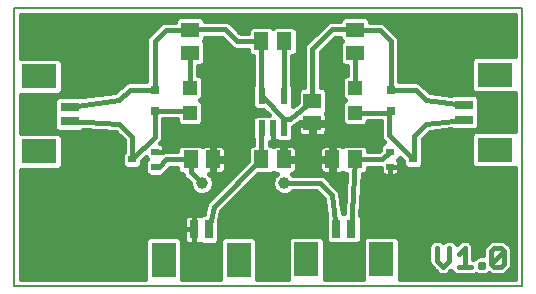
<source format=gtl>
G75*
%MOIN*%
%OFA0B0*%
%FSLAX25Y25*%
%IPPOS*%
%LPD*%
%AMOC8*
5,1,8,0,0,1.08239X$1,22.5*
%
%ADD10C,0.00800*%
%ADD11C,0.01600*%
%ADD12R,0.05118X0.05906*%
%ADD13R,0.05906X0.05118*%
%ADD14R,0.04724X0.04724*%
%ADD15R,0.03150X0.02756*%
%ADD16R,0.02559X0.02362*%
%ADD17R,0.11811X0.08268*%
%ADD18R,0.06299X0.03150*%
%ADD19R,0.02200X0.05200*%
%ADD20R,0.08268X0.11811*%
%ADD21R,0.03150X0.06299*%
%ADD22C,0.03962*%
D10*
X0003000Y0003100D02*
X0172291Y0003100D01*
X0172291Y0095620D01*
X0003000Y0095620D01*
X0003000Y0003100D01*
D11*
X0005400Y0005500D02*
X0005400Y0041760D01*
X0018019Y0041760D01*
X0019190Y0042932D01*
X0019190Y0052856D01*
X0018019Y0054028D01*
X0005400Y0054028D01*
X0005400Y0066760D01*
X0018019Y0066760D01*
X0019190Y0067932D01*
X0019190Y0077856D01*
X0018019Y0079028D01*
X0005400Y0079028D01*
X0005400Y0093220D01*
X0169891Y0093220D01*
X0169891Y0079608D01*
X0156502Y0079608D01*
X0155331Y0078436D01*
X0155331Y0068512D01*
X0156502Y0067340D01*
X0169891Y0067340D01*
X0169891Y0054608D01*
X0156502Y0054608D01*
X0155331Y0053436D01*
X0155331Y0043512D01*
X0156502Y0042340D01*
X0169891Y0042340D01*
X0169891Y0005500D01*
X0131536Y0005500D01*
X0131536Y0018611D01*
X0130365Y0019783D01*
X0120440Y0019783D01*
X0119269Y0018611D01*
X0119269Y0005500D01*
X0106536Y0005500D01*
X0106536Y0018611D01*
X0105365Y0019783D01*
X0095440Y0019783D01*
X0094269Y0018611D01*
X0094269Y0005500D01*
X0084092Y0005500D01*
X0084092Y0018411D01*
X0082921Y0019583D01*
X0072996Y0019583D01*
X0071825Y0018411D01*
X0071825Y0005500D01*
X0059092Y0005500D01*
X0059092Y0018411D01*
X0057921Y0019583D01*
X0047996Y0019583D01*
X0046825Y0018411D01*
X0046825Y0005500D01*
X0005400Y0005500D01*
X0005400Y0006297D02*
X0046825Y0006297D01*
X0046825Y0007896D02*
X0005400Y0007896D01*
X0005400Y0009494D02*
X0046825Y0009494D01*
X0046825Y0011093D02*
X0005400Y0011093D01*
X0005400Y0012691D02*
X0046825Y0012691D01*
X0046825Y0014290D02*
X0005400Y0014290D01*
X0005400Y0015888D02*
X0046825Y0015888D01*
X0046825Y0017487D02*
X0005400Y0017487D01*
X0005400Y0019085D02*
X0047498Y0019085D01*
X0058418Y0019085D02*
X0059623Y0019085D01*
X0059623Y0018527D02*
X0059746Y0018069D01*
X0059983Y0017659D01*
X0060318Y0017324D01*
X0060728Y0017087D01*
X0061186Y0016964D01*
X0062998Y0016964D01*
X0064810Y0016964D01*
X0065209Y0017071D01*
X0065516Y0016764D01*
X0070322Y0016764D01*
X0071494Y0017936D01*
X0071494Y0025142D01*
X0072095Y0027881D01*
X0084487Y0040273D01*
X0088868Y0040273D01*
X0089379Y0040785D01*
X0089707Y0040596D01*
X0090165Y0040473D01*
X0090649Y0040473D01*
X0089782Y0039607D01*
X0089176Y0038144D01*
X0089176Y0036560D01*
X0089782Y0035097D01*
X0090902Y0033977D01*
X0092366Y0033371D01*
X0093949Y0033371D01*
X0095413Y0033977D01*
X0095988Y0034552D01*
X0103809Y0034552D01*
X0106258Y0032102D01*
X0107050Y0026275D01*
X0106867Y0026092D01*
X0106867Y0018136D01*
X0108039Y0016964D01*
X0112845Y0016964D01*
X0112903Y0017021D01*
X0112960Y0016964D01*
X0117766Y0016964D01*
X0118938Y0018136D01*
X0118938Y0026092D01*
X0118445Y0026585D01*
X0119291Y0040273D01*
X0119970Y0040273D01*
X0121142Y0041445D01*
X0121142Y0042426D01*
X0125314Y0042426D01*
X0125314Y0041249D01*
X0125437Y0040791D01*
X0125674Y0040381D01*
X0126009Y0040045D01*
X0126419Y0039808D01*
X0126877Y0039686D01*
X0128394Y0039686D01*
X0129910Y0039686D01*
X0130368Y0039808D01*
X0130778Y0040045D01*
X0131114Y0040381D01*
X0131351Y0040791D01*
X0131473Y0041249D01*
X0131473Y0042667D01*
X0131473Y0044085D01*
X0131351Y0044543D01*
X0131114Y0044953D01*
X0130982Y0045085D01*
X0131617Y0045720D01*
X0132791Y0044546D01*
X0132791Y0043216D01*
X0133963Y0042045D01*
X0138179Y0042045D01*
X0139350Y0043216D01*
X0139350Y0047236D01*
X0139265Y0047321D01*
X0139265Y0051940D01*
X0141694Y0054369D01*
X0148763Y0055198D01*
X0149022Y0054939D01*
X0156978Y0054939D01*
X0158150Y0056110D01*
X0158150Y0060917D01*
X0158092Y0060974D01*
X0158150Y0061031D01*
X0158150Y0065838D01*
X0156978Y0067009D01*
X0149022Y0067009D01*
X0148763Y0066750D01*
X0141694Y0067579D01*
X0138444Y0070828D01*
X0137415Y0071254D01*
X0131572Y0071254D01*
X0131391Y0071435D01*
X0131391Y0085153D01*
X0130964Y0086182D01*
X0130177Y0086970D01*
X0126436Y0090710D01*
X0125407Y0091136D01*
X0121732Y0091136D01*
X0121732Y0091724D01*
X0120561Y0092895D01*
X0112998Y0092895D01*
X0111827Y0091724D01*
X0111827Y0091333D01*
X0108349Y0091333D01*
X0107319Y0090907D01*
X0106532Y0090119D01*
X0100095Y0083682D01*
X0099669Y0082653D01*
X0099669Y0069273D01*
X0098687Y0069273D01*
X0097516Y0068102D01*
X0097516Y0064318D01*
X0096020Y0063112D01*
X0096020Y0069802D01*
X0095761Y0070062D01*
X0095761Y0079643D01*
X0096348Y0079643D01*
X0097520Y0080815D01*
X0097520Y0088377D01*
X0096348Y0089549D01*
X0089573Y0089549D01*
X0089220Y0089196D01*
X0088868Y0089549D01*
X0082093Y0089549D01*
X0080921Y0088377D01*
X0080921Y0087396D01*
X0078569Y0087396D01*
X0075846Y0090119D01*
X0075059Y0090907D01*
X0074029Y0091333D01*
X0066614Y0091333D01*
X0066614Y0091724D01*
X0065443Y0092895D01*
X0057880Y0092895D01*
X0056709Y0091724D01*
X0056709Y0091136D01*
X0053034Y0091136D01*
X0052004Y0090710D01*
X0048264Y0086970D01*
X0047477Y0086182D01*
X0047050Y0085153D01*
X0047050Y0071435D01*
X0046869Y0071254D01*
X0041026Y0071254D01*
X0039997Y0070828D01*
X0036739Y0067571D01*
X0025728Y0066200D01*
X0025499Y0066429D01*
X0017543Y0066429D01*
X0016371Y0065258D01*
X0016371Y0060451D01*
X0016429Y0060394D01*
X0016371Y0060337D01*
X0016371Y0055530D01*
X0017543Y0054359D01*
X0025499Y0054359D01*
X0026025Y0054885D01*
X0036817Y0054299D01*
X0039570Y0051546D01*
X0039570Y0047715D01*
X0039091Y0047236D01*
X0039091Y0043216D01*
X0040262Y0042045D01*
X0044478Y0042045D01*
X0045650Y0043216D01*
X0045650Y0044546D01*
X0047074Y0045970D01*
X0047090Y0045909D01*
X0047327Y0045499D01*
X0047459Y0045367D01*
X0046768Y0044676D01*
X0046768Y0040657D01*
X0047939Y0039486D01*
X0052155Y0039486D01*
X0053327Y0040657D01*
X0053327Y0040806D01*
X0054947Y0042426D01*
X0057299Y0042426D01*
X0057299Y0041445D01*
X0058471Y0040273D01*
X0059167Y0040273D01*
X0059485Y0039506D01*
X0061617Y0037373D01*
X0061617Y0036560D01*
X0062223Y0035097D01*
X0063343Y0033977D01*
X0064807Y0033371D01*
X0066390Y0033371D01*
X0067854Y0033977D01*
X0068973Y0035097D01*
X0069580Y0036560D01*
X0069580Y0038144D01*
X0068973Y0039607D01*
X0068107Y0040473D01*
X0068859Y0040473D01*
X0068859Y0044746D01*
X0069818Y0044746D01*
X0069818Y0040473D01*
X0072135Y0040473D01*
X0072592Y0040596D01*
X0073003Y0040833D01*
X0073338Y0041168D01*
X0073575Y0041578D01*
X0073698Y0042036D01*
X0073698Y0044746D01*
X0069818Y0044746D01*
X0069818Y0045706D01*
X0068859Y0045706D01*
X0068859Y0049979D01*
X0066543Y0049979D01*
X0066085Y0049856D01*
X0065757Y0049667D01*
X0065246Y0050179D01*
X0058471Y0050179D01*
X0057299Y0049007D01*
X0057299Y0048026D01*
X0053230Y0048026D01*
X0053127Y0047983D01*
X0053127Y0049203D01*
X0053004Y0049661D01*
X0052767Y0050071D01*
X0052432Y0050406D01*
X0052022Y0050643D01*
X0051805Y0050701D01*
X0052224Y0051120D01*
X0052650Y0052149D01*
X0052650Y0058387D01*
X0052832Y0058568D01*
X0057299Y0058568D01*
X0057299Y0057587D01*
X0058471Y0056415D01*
X0064852Y0056415D01*
X0066024Y0057587D01*
X0066024Y0063968D01*
X0065080Y0064911D01*
X0066024Y0065854D01*
X0066024Y0072236D01*
X0064852Y0073407D01*
X0064461Y0073407D01*
X0064461Y0076297D01*
X0065443Y0076297D01*
X0066614Y0077468D01*
X0066614Y0084243D01*
X0066261Y0084596D01*
X0066614Y0084949D01*
X0066614Y0085733D01*
X0072313Y0085733D01*
X0075823Y0082222D01*
X0076852Y0081796D01*
X0080921Y0081796D01*
X0080921Y0080815D01*
X0082093Y0079643D01*
X0082680Y0079643D01*
X0082680Y0070062D01*
X0082420Y0069802D01*
X0082420Y0062946D01*
X0083592Y0061774D01*
X0086161Y0061774D01*
X0087961Y0059974D01*
X0087883Y0059974D01*
X0087698Y0059924D01*
X0087449Y0060174D01*
X0083592Y0060174D01*
X0082420Y0059002D01*
X0082420Y0052146D01*
X0082680Y0051886D01*
X0082680Y0050179D01*
X0082093Y0050179D01*
X0080921Y0049007D01*
X0080921Y0044627D01*
X0067770Y0031476D01*
X0067557Y0031339D01*
X0067380Y0031086D01*
X0067162Y0030867D01*
X0067065Y0030633D01*
X0066920Y0030425D01*
X0066854Y0030123D01*
X0066735Y0029838D01*
X0066735Y0029585D01*
X0066182Y0027063D01*
X0065516Y0027063D01*
X0065209Y0026756D01*
X0064810Y0026863D01*
X0062998Y0026863D01*
X0062998Y0021914D01*
X0062998Y0021914D01*
X0062998Y0026863D01*
X0061186Y0026863D01*
X0060728Y0026740D01*
X0060318Y0026504D01*
X0059983Y0026168D01*
X0059746Y0025758D01*
X0059623Y0025300D01*
X0059623Y0021914D01*
X0062998Y0021914D01*
X0062998Y0021913D01*
X0062998Y0016964D01*
X0062998Y0021913D01*
X0062998Y0021913D01*
X0059623Y0021913D01*
X0059623Y0018527D01*
X0059092Y0017487D02*
X0060155Y0017487D01*
X0059092Y0015888D02*
X0071825Y0015888D01*
X0071825Y0017487D02*
X0071045Y0017487D01*
X0071494Y0019085D02*
X0072498Y0019085D01*
X0071494Y0020684D02*
X0106867Y0020684D01*
X0106867Y0019085D02*
X0106063Y0019085D01*
X0106536Y0017487D02*
X0107516Y0017487D01*
X0106536Y0015888D02*
X0119269Y0015888D01*
X0119269Y0017487D02*
X0118289Y0017487D01*
X0118938Y0019085D02*
X0119743Y0019085D01*
X0118938Y0020684D02*
X0169891Y0020684D01*
X0169891Y0019085D02*
X0131063Y0019085D01*
X0131536Y0017487D02*
X0141793Y0017487D01*
X0141584Y0017277D02*
X0141157Y0016248D01*
X0141157Y0010948D01*
X0141584Y0009919D01*
X0143677Y0007826D01*
X0144465Y0007038D01*
X0145494Y0006612D01*
X0146608Y0006612D01*
X0147637Y0007038D01*
X0148714Y0008115D01*
X0148834Y0007826D01*
X0149622Y0007038D01*
X0150651Y0006612D01*
X0155951Y0006612D01*
X0156926Y0007016D01*
X0157901Y0006612D01*
X0160062Y0006612D01*
X0161091Y0007038D01*
X0161317Y0007265D01*
X0161544Y0007038D01*
X0162573Y0006612D01*
X0165780Y0006612D01*
X0166809Y0007038D01*
X0167597Y0007826D01*
X0168643Y0008872D01*
X0169069Y0009901D01*
X0169069Y0015202D01*
X0169035Y0015284D01*
X0168643Y0016231D01*
X0167985Y0016889D01*
X0167597Y0017277D01*
X0167430Y0017444D01*
X0166809Y0018065D01*
X0166809Y0018065D01*
X0166528Y0018181D01*
X0165780Y0018491D01*
X0162573Y0018491D01*
X0161866Y0018198D01*
X0161544Y0018065D01*
X0161544Y0018065D01*
X0161544Y0018065D01*
X0160942Y0017463D01*
X0160756Y0017277D01*
X0160311Y0016833D01*
X0159709Y0016231D01*
X0159283Y0015202D01*
X0159283Y0013258D01*
X0157901Y0013258D01*
X0156872Y0012832D01*
X0156164Y0012124D01*
X0156101Y0012150D01*
X0156101Y0016248D01*
X0155929Y0016662D01*
X0155675Y0017277D01*
X0154887Y0018065D01*
X0153858Y0018491D01*
X0152744Y0018491D01*
X0152330Y0018320D01*
X0151715Y0018065D01*
X0150927Y0017277D01*
X0150637Y0016988D01*
X0150517Y0017277D01*
X0149730Y0018065D01*
X0148701Y0018491D01*
X0147587Y0018491D01*
X0146558Y0018065D01*
X0146051Y0017558D01*
X0145544Y0018065D01*
X0144514Y0018491D01*
X0143401Y0018491D01*
X0142371Y0018065D01*
X0141584Y0017277D01*
X0141157Y0015888D02*
X0131536Y0015888D01*
X0131536Y0014290D02*
X0141157Y0014290D01*
X0141157Y0012691D02*
X0131536Y0012691D01*
X0131536Y0011093D02*
X0141157Y0011093D01*
X0142009Y0009494D02*
X0131536Y0009494D01*
X0131536Y0007896D02*
X0143607Y0007896D01*
X0146051Y0009412D02*
X0148144Y0011505D01*
X0148144Y0015691D01*
X0150308Y0017487D02*
X0151137Y0017487D01*
X0150927Y0017277D02*
X0150927Y0017277D01*
X0153301Y0015691D02*
X0153301Y0009412D01*
X0151208Y0009412D02*
X0155394Y0009412D01*
X0158458Y0009412D02*
X0159505Y0009412D01*
X0159505Y0010458D01*
X0158458Y0010458D01*
X0158458Y0009412D01*
X0162083Y0010458D02*
X0163130Y0009412D01*
X0165223Y0009412D01*
X0166269Y0010458D01*
X0166269Y0014645D01*
X0162083Y0010458D01*
X0162083Y0014645D01*
X0163130Y0015691D01*
X0165223Y0015691D01*
X0166269Y0014645D01*
X0168785Y0015888D02*
X0169891Y0015888D01*
X0168643Y0016231D02*
X0168643Y0016231D01*
X0167597Y0017277D02*
X0167597Y0017277D01*
X0167387Y0017487D02*
X0169891Y0017487D01*
X0166809Y0018065D02*
X0166809Y0018065D01*
X0160965Y0017487D02*
X0155465Y0017487D01*
X0156101Y0015888D02*
X0159568Y0015888D01*
X0160756Y0017277D02*
X0160756Y0017277D01*
X0159283Y0014290D02*
X0156101Y0014290D01*
X0153301Y0015691D02*
X0151208Y0013598D01*
X0156101Y0012691D02*
X0156731Y0012691D01*
X0148805Y0007896D02*
X0148494Y0007896D01*
X0146051Y0009412D02*
X0143957Y0011505D01*
X0143957Y0015691D01*
X0131536Y0006297D02*
X0169891Y0006297D01*
X0169891Y0007896D02*
X0167666Y0007896D01*
X0168901Y0009494D02*
X0169891Y0009494D01*
X0169891Y0011093D02*
X0169069Y0011093D01*
X0169069Y0012691D02*
X0169891Y0012691D01*
X0169891Y0014290D02*
X0169069Y0014290D01*
X0169891Y0022282D02*
X0118938Y0022282D01*
X0118938Y0023881D02*
X0169891Y0023881D01*
X0169891Y0025479D02*
X0118938Y0025479D01*
X0118475Y0027078D02*
X0169891Y0027078D01*
X0169891Y0028676D02*
X0118574Y0028676D01*
X0118673Y0030275D02*
X0169891Y0030275D01*
X0169891Y0031873D02*
X0118772Y0031873D01*
X0118870Y0033472D02*
X0169891Y0033472D01*
X0169891Y0035070D02*
X0118969Y0035070D01*
X0119068Y0036669D02*
X0169891Y0036669D01*
X0169891Y0038267D02*
X0119167Y0038267D01*
X0119266Y0039866D02*
X0126320Y0039866D01*
X0125314Y0041464D02*
X0121142Y0041464D01*
X0116780Y0045029D02*
X0116583Y0045226D01*
X0125835Y0045226D01*
X0128394Y0047785D01*
X0125114Y0048465D02*
X0125114Y0049795D01*
X0126286Y0050966D01*
X0126371Y0050966D01*
X0125626Y0051711D01*
X0125200Y0052740D01*
X0125200Y0057977D01*
X0121142Y0057977D01*
X0121142Y0057587D01*
X0119970Y0056415D01*
X0113589Y0056415D01*
X0112417Y0057587D01*
X0112417Y0063968D01*
X0113361Y0064911D01*
X0112417Y0065854D01*
X0112417Y0072236D01*
X0113589Y0073407D01*
X0113980Y0073407D01*
X0113980Y0076297D01*
X0112998Y0076297D01*
X0111827Y0077468D01*
X0111827Y0084243D01*
X0112179Y0084596D01*
X0111827Y0084949D01*
X0111827Y0085733D01*
X0110065Y0085733D01*
X0105268Y0080936D01*
X0105268Y0069273D01*
X0106250Y0069273D01*
X0107421Y0068102D01*
X0107421Y0061327D01*
X0106910Y0060815D01*
X0107099Y0060488D01*
X0107221Y0060030D01*
X0107221Y0057713D01*
X0102948Y0057713D01*
X0102948Y0056754D01*
X0102948Y0052875D01*
X0105658Y0052875D01*
X0106116Y0052997D01*
X0106526Y0053234D01*
X0106862Y0053570D01*
X0107099Y0053980D01*
X0107221Y0054438D01*
X0107221Y0056754D01*
X0102948Y0056754D01*
X0101989Y0056754D01*
X0101989Y0052875D01*
X0099279Y0052875D01*
X0098821Y0052997D01*
X0098411Y0053234D01*
X0098075Y0053570D01*
X0097838Y0053980D01*
X0097716Y0054438D01*
X0097716Y0056754D01*
X0101989Y0056754D01*
X0101989Y0057713D01*
X0098246Y0057713D01*
X0096928Y0056651D01*
X0096640Y0056363D01*
X0096498Y0056304D01*
X0096378Y0056208D01*
X0096020Y0056103D01*
X0096020Y0052146D01*
X0094849Y0050974D01*
X0090992Y0050974D01*
X0090742Y0051224D01*
X0090557Y0051174D01*
X0089221Y0051174D01*
X0089221Y0055574D01*
X0089220Y0055574D01*
X0089220Y0051174D01*
X0088280Y0051174D01*
X0088280Y0050179D01*
X0088868Y0050179D01*
X0089379Y0049667D01*
X0089707Y0049856D01*
X0090165Y0049979D01*
X0092481Y0049979D01*
X0092481Y0045706D01*
X0093440Y0045706D01*
X0093440Y0049979D01*
X0095757Y0049979D01*
X0096214Y0049856D01*
X0096625Y0049619D01*
X0096960Y0049284D01*
X0097197Y0048874D01*
X0097320Y0048416D01*
X0097320Y0045706D01*
X0093440Y0045706D01*
X0093440Y0044746D01*
X0097320Y0044746D01*
X0097320Y0042036D01*
X0097197Y0041578D01*
X0096960Y0041168D01*
X0096625Y0040833D01*
X0096214Y0040596D01*
X0095757Y0040473D01*
X0095666Y0040473D01*
X0095988Y0040152D01*
X0105525Y0040152D01*
X0106555Y0039726D01*
X0110751Y0035529D01*
X0111044Y0035306D01*
X0111142Y0035138D01*
X0111279Y0035001D01*
X0111420Y0034661D01*
X0111605Y0034344D01*
X0111631Y0034151D01*
X0111705Y0033972D01*
X0111705Y0033604D01*
X0112568Y0027263D01*
X0112845Y0027263D01*
X0112874Y0027234D01*
X0113680Y0040273D01*
X0113195Y0040273D01*
X0112684Y0040785D01*
X0112356Y0040596D01*
X0111898Y0040473D01*
X0109582Y0040473D01*
X0109582Y0044746D01*
X0108623Y0044746D01*
X0108623Y0040473D01*
X0106306Y0040473D01*
X0105849Y0040596D01*
X0105438Y0040833D01*
X0105103Y0041168D01*
X0104866Y0041578D01*
X0104743Y0042036D01*
X0104743Y0044746D01*
X0108623Y0044746D01*
X0108623Y0045706D01*
X0108623Y0049979D01*
X0106306Y0049979D01*
X0105849Y0049856D01*
X0105438Y0049619D01*
X0105103Y0049284D01*
X0104866Y0048874D01*
X0104743Y0048416D01*
X0104743Y0045706D01*
X0108623Y0045706D01*
X0109582Y0045706D01*
X0109582Y0049979D01*
X0111898Y0049979D01*
X0112356Y0049856D01*
X0112684Y0049667D01*
X0113195Y0050179D01*
X0119970Y0050179D01*
X0121142Y0049007D01*
X0121142Y0048026D01*
X0124675Y0048026D01*
X0125114Y0048465D01*
X0125114Y0049457D02*
X0120692Y0049457D01*
X0126282Y0051055D02*
X0094930Y0051055D01*
X0096020Y0052654D02*
X0125236Y0052654D01*
X0125200Y0054252D02*
X0107172Y0054252D01*
X0107221Y0055851D02*
X0125200Y0055851D01*
X0125200Y0057449D02*
X0121005Y0057449D01*
X0116780Y0060777D02*
X0128000Y0060777D01*
X0128000Y0053297D01*
X0136071Y0045226D01*
X0136465Y0045620D01*
X0136465Y0053100D01*
X0140402Y0057037D01*
X0153000Y0058513D01*
X0158150Y0059048D02*
X0169891Y0059048D01*
X0169891Y0057449D02*
X0158150Y0057449D01*
X0157890Y0055851D02*
X0169891Y0055851D01*
X0169891Y0060646D02*
X0158150Y0060646D01*
X0158150Y0062245D02*
X0169891Y0062245D01*
X0169891Y0063843D02*
X0158150Y0063843D01*
X0158150Y0065442D02*
X0169891Y0065442D01*
X0169891Y0067040D02*
X0146287Y0067040D01*
X0140633Y0068639D02*
X0155331Y0068639D01*
X0155331Y0070237D02*
X0139035Y0070237D01*
X0136858Y0068454D02*
X0140402Y0064911D01*
X0153000Y0063435D01*
X0155331Y0071836D02*
X0131391Y0071836D01*
X0131391Y0073434D02*
X0155331Y0073434D01*
X0155331Y0075033D02*
X0131391Y0075033D01*
X0131391Y0076632D02*
X0155331Y0076632D01*
X0155331Y0078230D02*
X0131391Y0078230D01*
X0131391Y0079829D02*
X0169891Y0079829D01*
X0169891Y0081427D02*
X0131391Y0081427D01*
X0131391Y0083026D02*
X0169891Y0083026D01*
X0169891Y0084624D02*
X0131391Y0084624D01*
X0130924Y0086223D02*
X0169891Y0086223D01*
X0169891Y0087821D02*
X0129325Y0087821D01*
X0127727Y0089420D02*
X0169891Y0089420D01*
X0169891Y0091018D02*
X0125692Y0091018D01*
X0124850Y0088336D02*
X0128591Y0084596D01*
X0128591Y0068454D01*
X0136858Y0068454D01*
X0128591Y0061368D02*
X0128000Y0060777D01*
X0141577Y0054252D02*
X0156147Y0054252D01*
X0155331Y0052654D02*
X0139978Y0052654D01*
X0139265Y0051055D02*
X0155331Y0051055D01*
X0155331Y0049457D02*
X0139265Y0049457D01*
X0139265Y0047858D02*
X0155331Y0047858D01*
X0155331Y0046260D02*
X0139350Y0046260D01*
X0139350Y0044661D02*
X0155331Y0044661D01*
X0155780Y0043063D02*
X0139197Y0043063D01*
X0132945Y0043063D02*
X0131473Y0043063D01*
X0131473Y0042667D02*
X0128394Y0042667D01*
X0128394Y0042667D01*
X0131473Y0042667D01*
X0131473Y0041464D02*
X0169891Y0041464D01*
X0169891Y0039866D02*
X0130467Y0039866D01*
X0128394Y0039866D02*
X0128394Y0039866D01*
X0128394Y0039686D02*
X0128394Y0042667D01*
X0128394Y0042667D01*
X0128394Y0039686D01*
X0128394Y0041464D02*
X0128394Y0041464D01*
X0131282Y0044661D02*
X0132676Y0044661D01*
X0116780Y0045029D02*
X0115363Y0022114D01*
X0110442Y0022114D02*
X0108906Y0033415D01*
X0104969Y0037352D01*
X0093157Y0037352D01*
X0089227Y0038267D02*
X0082481Y0038267D01*
X0080883Y0036669D02*
X0089176Y0036669D01*
X0089809Y0035070D02*
X0079284Y0035070D01*
X0077686Y0033472D02*
X0092122Y0033472D01*
X0094193Y0033472D02*
X0104889Y0033472D01*
X0106289Y0031873D02*
X0076087Y0031873D01*
X0074489Y0030275D02*
X0106507Y0030275D01*
X0106724Y0028676D02*
X0072890Y0028676D01*
X0071919Y0027078D02*
X0106941Y0027078D01*
X0106867Y0025479D02*
X0071568Y0025479D01*
X0071494Y0023881D02*
X0106867Y0023881D01*
X0106867Y0022282D02*
X0071494Y0022282D01*
X0067919Y0021914D02*
X0069535Y0029281D01*
X0085480Y0045226D01*
X0085480Y0055574D01*
X0085520Y0055574D01*
X0082420Y0055851D02*
X0052650Y0055851D01*
X0052650Y0057449D02*
X0057436Y0057449D01*
X0061071Y0061368D02*
X0061661Y0060777D01*
X0061071Y0061368D02*
X0049850Y0061368D01*
X0049850Y0052706D01*
X0042370Y0045226D01*
X0042370Y0052706D01*
X0038039Y0057037D01*
X0021521Y0057933D01*
X0016371Y0057449D02*
X0005400Y0057449D01*
X0005400Y0059048D02*
X0016371Y0059048D01*
X0016371Y0060646D02*
X0005400Y0060646D01*
X0005400Y0062245D02*
X0016371Y0062245D01*
X0016371Y0063843D02*
X0005400Y0063843D01*
X0005400Y0065442D02*
X0016555Y0065442D01*
X0018299Y0067040D02*
X0032479Y0067040D01*
X0037808Y0068639D02*
X0019190Y0068639D01*
X0019190Y0070237D02*
X0039406Y0070237D01*
X0041583Y0068454D02*
X0038039Y0064911D01*
X0021521Y0062855D01*
X0016371Y0055851D02*
X0005400Y0055851D01*
X0005400Y0054252D02*
X0036864Y0054252D01*
X0038463Y0052654D02*
X0019190Y0052654D01*
X0019190Y0051055D02*
X0039570Y0051055D01*
X0039570Y0049457D02*
X0019190Y0049457D01*
X0019190Y0047858D02*
X0039570Y0047858D01*
X0039091Y0046260D02*
X0019190Y0046260D01*
X0019190Y0044661D02*
X0039091Y0044661D01*
X0039244Y0043063D02*
X0019190Y0043063D01*
X0005400Y0041464D02*
X0046768Y0041464D01*
X0047559Y0039866D02*
X0005400Y0039866D01*
X0005400Y0038267D02*
X0060723Y0038267D01*
X0061617Y0036669D02*
X0005400Y0036669D01*
X0005400Y0035070D02*
X0062250Y0035070D01*
X0064563Y0033472D02*
X0005400Y0033472D01*
X0005400Y0031873D02*
X0068168Y0031873D01*
X0066634Y0033472D02*
X0069766Y0033472D01*
X0068947Y0035070D02*
X0071365Y0035070D01*
X0072963Y0036669D02*
X0069580Y0036669D01*
X0069528Y0038267D02*
X0074562Y0038267D01*
X0076160Y0039866D02*
X0068715Y0039866D01*
X0068859Y0041464D02*
X0069818Y0041464D01*
X0069818Y0043063D02*
X0068859Y0043063D01*
X0068859Y0044661D02*
X0069818Y0044661D01*
X0069339Y0045226D02*
X0069535Y0045423D01*
X0069535Y0049163D01*
X0065598Y0053100D01*
X0057724Y0053100D01*
X0052409Y0047785D01*
X0050047Y0047785D01*
X0052649Y0047785D01*
X0052649Y0047785D01*
X0050047Y0047785D01*
X0050047Y0047785D01*
X0053059Y0049457D02*
X0057749Y0049457D01*
X0052159Y0051055D02*
X0082680Y0051055D01*
X0082420Y0052654D02*
X0052650Y0052654D01*
X0052650Y0054252D02*
X0082420Y0054252D01*
X0082420Y0057449D02*
X0065886Y0057449D01*
X0066024Y0059048D02*
X0082466Y0059048D01*
X0083121Y0062245D02*
X0066024Y0062245D01*
X0066024Y0060646D02*
X0087288Y0060646D01*
X0082420Y0063843D02*
X0066024Y0063843D01*
X0065611Y0065442D02*
X0082420Y0065442D01*
X0082420Y0067040D02*
X0066024Y0067040D01*
X0066024Y0068639D02*
X0082420Y0068639D01*
X0082680Y0070237D02*
X0066024Y0070237D01*
X0066024Y0071836D02*
X0082680Y0071836D01*
X0082680Y0073434D02*
X0064461Y0073434D01*
X0064461Y0075033D02*
X0082680Y0075033D01*
X0082680Y0076632D02*
X0065777Y0076632D01*
X0066614Y0078230D02*
X0082680Y0078230D01*
X0081908Y0079829D02*
X0066614Y0079829D01*
X0066614Y0081427D02*
X0080921Y0081427D01*
X0077409Y0084596D02*
X0073472Y0088533D01*
X0061858Y0088533D01*
X0061661Y0088336D01*
X0053591Y0088336D01*
X0049850Y0084596D01*
X0049850Y0068454D01*
X0041583Y0068454D01*
X0047050Y0071836D02*
X0019190Y0071836D01*
X0019190Y0073434D02*
X0047050Y0073434D01*
X0047050Y0075033D02*
X0019190Y0075033D01*
X0019190Y0076632D02*
X0047050Y0076632D01*
X0047050Y0078230D02*
X0018816Y0078230D01*
X0005400Y0079829D02*
X0047050Y0079829D01*
X0047050Y0081427D02*
X0005400Y0081427D01*
X0005400Y0083026D02*
X0047050Y0083026D01*
X0047050Y0084624D02*
X0005400Y0084624D01*
X0005400Y0086223D02*
X0047517Y0086223D01*
X0049116Y0087821D02*
X0005400Y0087821D01*
X0005400Y0089420D02*
X0050714Y0089420D01*
X0052749Y0091018D02*
X0005400Y0091018D01*
X0005400Y0092617D02*
X0057602Y0092617D01*
X0065721Y0092617D02*
X0112720Y0092617D01*
X0107588Y0091018D02*
X0074790Y0091018D01*
X0076546Y0089420D02*
X0081964Y0089420D01*
X0080921Y0087821D02*
X0078144Y0087821D01*
X0077409Y0084596D02*
X0085480Y0084596D01*
X0085480Y0066374D01*
X0085520Y0066374D01*
X0093157Y0058737D01*
X0095054Y0058737D01*
X0102469Y0064714D01*
X0102469Y0082096D01*
X0108906Y0088533D01*
X0116583Y0088533D01*
X0116780Y0088336D01*
X0124850Y0088336D01*
X0120839Y0092617D02*
X0169891Y0092617D01*
X0116780Y0080856D02*
X0116780Y0069045D01*
X0112417Y0068639D02*
X0106884Y0068639D01*
X0105268Y0070237D02*
X0112417Y0070237D01*
X0112417Y0071836D02*
X0105268Y0071836D01*
X0105268Y0073434D02*
X0113980Y0073434D01*
X0113980Y0075033D02*
X0105268Y0075033D01*
X0105268Y0076632D02*
X0112664Y0076632D01*
X0111827Y0078230D02*
X0105268Y0078230D01*
X0105268Y0079829D02*
X0111827Y0079829D01*
X0111827Y0081427D02*
X0105759Y0081427D01*
X0107358Y0083026D02*
X0111827Y0083026D01*
X0112151Y0084624D02*
X0108956Y0084624D01*
X0104234Y0087821D02*
X0097520Y0087821D01*
X0097520Y0086223D02*
X0102635Y0086223D01*
X0101037Y0084624D02*
X0097520Y0084624D01*
X0097520Y0083026D02*
X0099823Y0083026D01*
X0099669Y0081427D02*
X0097520Y0081427D01*
X0096533Y0079829D02*
X0099669Y0079829D01*
X0099669Y0078230D02*
X0095761Y0078230D01*
X0095761Y0076632D02*
X0099669Y0076632D01*
X0099669Y0075033D02*
X0095761Y0075033D01*
X0095761Y0073434D02*
X0099669Y0073434D01*
X0099669Y0071836D02*
X0095761Y0071836D01*
X0095761Y0070237D02*
X0099669Y0070237D01*
X0098053Y0068639D02*
X0096020Y0068639D01*
X0096020Y0067040D02*
X0097516Y0067040D01*
X0097516Y0065442D02*
X0096020Y0065442D01*
X0096020Y0063843D02*
X0096927Y0063843D01*
X0092961Y0066374D02*
X0092961Y0084596D01*
X0096477Y0089420D02*
X0105832Y0089420D01*
X0089444Y0089420D02*
X0088997Y0089420D01*
X0075020Y0083026D02*
X0066614Y0083026D01*
X0066290Y0084624D02*
X0073422Y0084624D01*
X0061661Y0080856D02*
X0061661Y0069045D01*
X0085520Y0066374D02*
X0085520Y0064674D01*
X0092920Y0066374D02*
X0092961Y0066374D01*
X0093157Y0058737D02*
X0093157Y0055811D01*
X0092920Y0055574D01*
X0096020Y0055851D02*
X0097716Y0055851D01*
X0097765Y0054252D02*
X0096020Y0054252D01*
X0101989Y0054252D02*
X0102948Y0054252D01*
X0102948Y0055851D02*
X0101989Y0055851D01*
X0101989Y0057449D02*
X0097918Y0057449D01*
X0102948Y0057449D02*
X0112554Y0057449D01*
X0112417Y0059048D02*
X0107221Y0059048D01*
X0107007Y0060646D02*
X0112417Y0060646D01*
X0112417Y0062245D02*
X0107421Y0062245D01*
X0107421Y0063843D02*
X0112417Y0063843D01*
X0112830Y0065442D02*
X0107421Y0065442D01*
X0107421Y0067040D02*
X0112417Y0067040D01*
X0089221Y0054252D02*
X0089220Y0054252D01*
X0089220Y0052654D02*
X0089221Y0052654D01*
X0088280Y0051055D02*
X0090911Y0051055D01*
X0092481Y0049457D02*
X0093440Y0049457D01*
X0093440Y0047858D02*
X0092481Y0047858D01*
X0092481Y0046260D02*
X0093440Y0046260D01*
X0097320Y0046260D02*
X0104743Y0046260D01*
X0104743Y0044661D02*
X0097320Y0044661D01*
X0097320Y0043063D02*
X0104743Y0043063D01*
X0104932Y0041464D02*
X0097131Y0041464D01*
X0090041Y0039866D02*
X0084080Y0039866D01*
X0079357Y0043063D02*
X0073698Y0043063D01*
X0073698Y0044661D02*
X0080921Y0044661D01*
X0080921Y0046260D02*
X0073698Y0046260D01*
X0073698Y0045706D02*
X0073698Y0048416D01*
X0073575Y0048874D01*
X0073338Y0049284D01*
X0073003Y0049619D01*
X0072592Y0049856D01*
X0072135Y0049979D01*
X0069818Y0049979D01*
X0069818Y0045706D01*
X0073698Y0045706D01*
X0073698Y0047858D02*
X0080921Y0047858D01*
X0081371Y0049457D02*
X0073165Y0049457D01*
X0069818Y0049457D02*
X0068859Y0049457D01*
X0068859Y0047858D02*
X0069818Y0047858D01*
X0069818Y0046260D02*
X0068859Y0046260D01*
X0061858Y0045226D02*
X0061858Y0041092D01*
X0065598Y0037352D01*
X0059336Y0039866D02*
X0052535Y0039866D01*
X0053985Y0041464D02*
X0057299Y0041464D01*
X0053787Y0045226D02*
X0051228Y0042667D01*
X0050047Y0042667D01*
X0046768Y0043063D02*
X0045496Y0043063D01*
X0045765Y0044661D02*
X0046768Y0044661D01*
X0053787Y0045226D02*
X0061858Y0045226D01*
X0073509Y0041464D02*
X0077759Y0041464D01*
X0096787Y0049457D02*
X0105276Y0049457D01*
X0104743Y0047858D02*
X0097320Y0047858D01*
X0108623Y0047858D02*
X0109582Y0047858D01*
X0109582Y0049457D02*
X0108623Y0049457D01*
X0108623Y0046260D02*
X0109582Y0046260D01*
X0109582Y0044661D02*
X0108623Y0044661D01*
X0108623Y0043063D02*
X0109582Y0043063D01*
X0109582Y0041464D02*
X0108623Y0041464D01*
X0106216Y0039866D02*
X0113655Y0039866D01*
X0113556Y0038267D02*
X0108013Y0038267D01*
X0109612Y0036669D02*
X0113457Y0036669D01*
X0113359Y0035070D02*
X0111210Y0035070D01*
X0111724Y0033472D02*
X0113260Y0033472D01*
X0113161Y0031873D02*
X0111941Y0031873D01*
X0112158Y0030275D02*
X0113062Y0030275D01*
X0112963Y0028676D02*
X0112375Y0028676D01*
X0094743Y0019085D02*
X0083418Y0019085D01*
X0084092Y0017487D02*
X0094269Y0017487D01*
X0094269Y0015888D02*
X0084092Y0015888D01*
X0084092Y0014290D02*
X0094269Y0014290D01*
X0094269Y0012691D02*
X0084092Y0012691D01*
X0084092Y0011093D02*
X0094269Y0011093D01*
X0094269Y0009494D02*
X0084092Y0009494D01*
X0084092Y0007896D02*
X0094269Y0007896D01*
X0094269Y0006297D02*
X0084092Y0006297D01*
X0071825Y0006297D02*
X0059092Y0006297D01*
X0059092Y0007896D02*
X0071825Y0007896D01*
X0071825Y0009494D02*
X0059092Y0009494D01*
X0059092Y0011093D02*
X0071825Y0011093D01*
X0071825Y0012691D02*
X0059092Y0012691D01*
X0059092Y0014290D02*
X0071825Y0014290D01*
X0062998Y0017487D02*
X0062998Y0017487D01*
X0062998Y0019085D02*
X0062998Y0019085D01*
X0062998Y0020684D02*
X0062998Y0020684D01*
X0062998Y0022282D02*
X0062998Y0022282D01*
X0062998Y0023881D02*
X0062998Y0023881D01*
X0062998Y0025479D02*
X0062998Y0025479D01*
X0059671Y0025479D02*
X0005400Y0025479D01*
X0005400Y0023881D02*
X0059623Y0023881D01*
X0059623Y0022282D02*
X0005400Y0022282D01*
X0005400Y0020684D02*
X0059623Y0020684D01*
X0066185Y0027078D02*
X0005400Y0027078D01*
X0005400Y0028676D02*
X0066536Y0028676D01*
X0066887Y0030275D02*
X0005400Y0030275D01*
X0106536Y0014290D02*
X0119269Y0014290D01*
X0119269Y0012691D02*
X0106536Y0012691D01*
X0106536Y0011093D02*
X0119269Y0011093D01*
X0119269Y0009494D02*
X0106536Y0009494D01*
X0106536Y0007896D02*
X0119269Y0007896D01*
X0119269Y0006297D02*
X0106536Y0006297D01*
D12*
X0109102Y0045226D03*
X0116583Y0045226D03*
X0092961Y0045226D03*
X0085480Y0045226D03*
X0069339Y0045226D03*
X0061858Y0045226D03*
X0085480Y0084596D03*
X0092961Y0084596D03*
D13*
X0116780Y0080856D03*
X0116780Y0088336D03*
X0102469Y0064714D03*
X0102469Y0057234D03*
X0061661Y0080856D03*
X0061661Y0088336D03*
D14*
X0061661Y0069045D03*
X0061661Y0060777D03*
X0116780Y0060777D03*
X0116780Y0069045D03*
D15*
X0128591Y0068454D03*
X0128591Y0061368D03*
X0049850Y0061368D03*
X0049850Y0068454D03*
D16*
X0050047Y0047785D03*
X0042370Y0045226D03*
X0050047Y0042667D03*
X0128394Y0042667D03*
X0136071Y0045226D03*
X0128394Y0047785D03*
D17*
X0163236Y0048474D03*
X0163236Y0073474D03*
X0011285Y0072894D03*
X0011285Y0047894D03*
D18*
X0021521Y0057933D03*
X0021521Y0062855D03*
X0153000Y0063435D03*
X0153000Y0058513D03*
D19*
X0092920Y0055574D03*
X0089220Y0055574D03*
X0085520Y0055574D03*
X0085520Y0066374D03*
X0092920Y0066374D03*
D20*
X0100403Y0011877D03*
X0077958Y0011677D03*
X0052958Y0011677D03*
X0125403Y0011877D03*
D21*
X0115363Y0022114D03*
X0110442Y0022114D03*
X0067919Y0021914D03*
X0062998Y0021914D03*
D22*
X0065598Y0037352D03*
X0093157Y0037352D03*
X0101031Y0045226D03*
X0127868Y0034243D03*
X0073472Y0060974D03*
M02*

</source>
